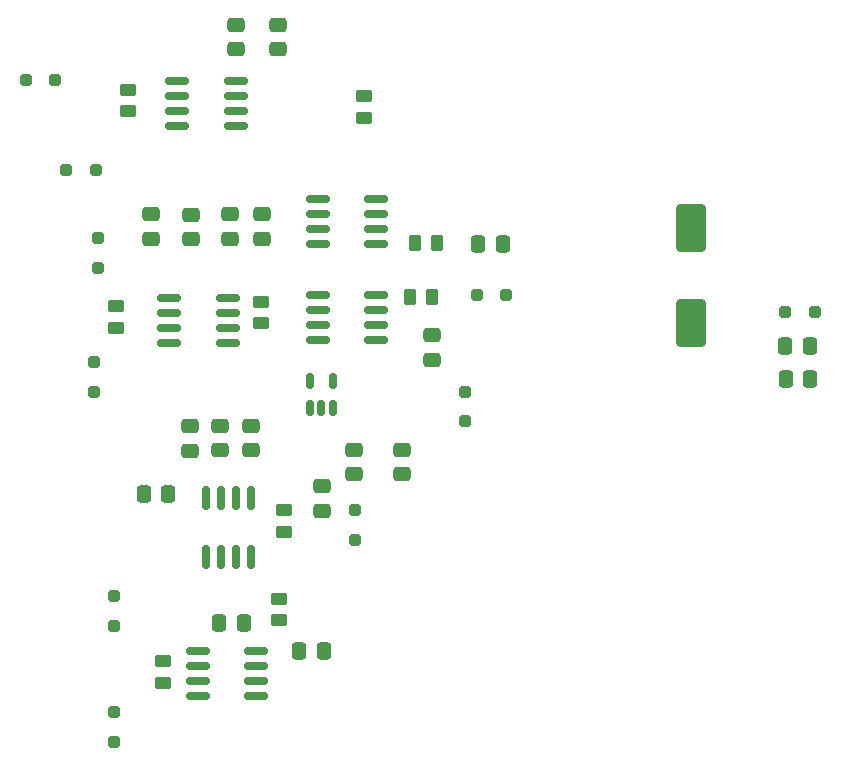
<source format=gbr>
%TF.GenerationSoftware,KiCad,Pcbnew,7.0.1*%
%TF.CreationDate,2023-04-26T11:30:26-04:00*%
%TF.ProjectId,UPenn_OpAmp,5550656e-6e5f-44f7-9041-6d702e6b6963,rev?*%
%TF.SameCoordinates,Original*%
%TF.FileFunction,Paste,Top*%
%TF.FilePolarity,Positive*%
%FSLAX46Y46*%
G04 Gerber Fmt 4.6, Leading zero omitted, Abs format (unit mm)*
G04 Created by KiCad (PCBNEW 7.0.1) date 2023-04-26 11:30:26*
%MOMM*%
%LPD*%
G01*
G04 APERTURE LIST*
G04 Aperture macros list*
%AMRoundRect*
0 Rectangle with rounded corners*
0 $1 Rounding radius*
0 $2 $3 $4 $5 $6 $7 $8 $9 X,Y pos of 4 corners*
0 Add a 4 corners polygon primitive as box body*
4,1,4,$2,$3,$4,$5,$6,$7,$8,$9,$2,$3,0*
0 Add four circle primitives for the rounded corners*
1,1,$1+$1,$2,$3*
1,1,$1+$1,$4,$5*
1,1,$1+$1,$6,$7*
1,1,$1+$1,$8,$9*
0 Add four rect primitives between the rounded corners*
20,1,$1+$1,$2,$3,$4,$5,0*
20,1,$1+$1,$4,$5,$6,$7,0*
20,1,$1+$1,$6,$7,$8,$9,0*
20,1,$1+$1,$8,$9,$2,$3,0*%
G04 Aperture macros list end*
%ADD10RoundRect,0.250000X-0.475000X0.337500X-0.475000X-0.337500X0.475000X-0.337500X0.475000X0.337500X0*%
%ADD11RoundRect,0.250000X-0.450000X0.262500X-0.450000X-0.262500X0.450000X-0.262500X0.450000X0.262500X0*%
%ADD12RoundRect,0.250000X0.475000X-0.337500X0.475000X0.337500X-0.475000X0.337500X-0.475000X-0.337500X0*%
%ADD13RoundRect,0.250000X-0.250000X0.250000X-0.250000X-0.250000X0.250000X-0.250000X0.250000X0.250000X0*%
%ADD14RoundRect,0.250000X-0.250000X-0.250000X0.250000X-0.250000X0.250000X0.250000X-0.250000X0.250000X0*%
%ADD15RoundRect,0.250000X-0.337500X-0.475000X0.337500X-0.475000X0.337500X0.475000X-0.337500X0.475000X0*%
%ADD16RoundRect,0.250000X0.250000X0.250000X-0.250000X0.250000X-0.250000X-0.250000X0.250000X-0.250000X0*%
%ADD17RoundRect,0.150000X-0.825000X-0.150000X0.825000X-0.150000X0.825000X0.150000X-0.825000X0.150000X0*%
%ADD18RoundRect,0.250000X-0.262500X-0.450000X0.262500X-0.450000X0.262500X0.450000X-0.262500X0.450000X0*%
%ADD19RoundRect,0.250000X0.450000X-0.262500X0.450000X0.262500X-0.450000X0.262500X-0.450000X-0.262500X0*%
%ADD20RoundRect,0.150000X0.825000X0.150000X-0.825000X0.150000X-0.825000X-0.150000X0.825000X-0.150000X0*%
%ADD21RoundRect,0.250000X1.000000X-1.750000X1.000000X1.750000X-1.000000X1.750000X-1.000000X-1.750000X0*%
%ADD22RoundRect,0.250000X0.250000X-0.250000X0.250000X0.250000X-0.250000X0.250000X-0.250000X-0.250000X0*%
%ADD23RoundRect,0.150000X0.150000X-0.825000X0.150000X0.825000X-0.150000X0.825000X-0.150000X-0.825000X0*%
%ADD24RoundRect,0.150000X0.150000X-0.512500X0.150000X0.512500X-0.150000X0.512500X-0.150000X-0.512500X0*%
%ADD25RoundRect,0.250000X0.337500X0.475000X-0.337500X0.475000X-0.337500X-0.475000X0.337500X-0.475000X0*%
G04 APERTURE END LIST*
D10*
%TO.C,C6*%
X98206000Y-68210500D03*
X98206000Y-70285500D03*
%TD*%
D11*
%TO.C,RG2*%
X90394000Y-39762500D03*
X90394000Y-41587500D03*
%TD*%
D12*
%TO.C,C7*%
X100783000Y-70285500D03*
X100783000Y-68210500D03*
%TD*%
D13*
%TO.C,D8*%
X118929000Y-65312500D03*
X118929000Y-67812500D03*
%TD*%
D12*
%TO.C,C17*%
X103094000Y-36322500D03*
X103094000Y-34247500D03*
%TD*%
%TO.C,C4*%
X95629000Y-68232500D03*
X95629000Y-70307500D03*
%TD*%
D14*
%TO.C,D10*%
X146066000Y-58610000D03*
X148566000Y-58610000D03*
%TD*%
D15*
%TO.C,C5*%
X91746500Y-74007500D03*
X93821500Y-74007500D03*
%TD*%
D16*
%TO.C,D6*%
X84269000Y-38943500D03*
X81769000Y-38943500D03*
%TD*%
D12*
%TO.C,C1*%
X106849000Y-75382000D03*
X106849000Y-73307000D03*
%TD*%
D17*
%TO.C,U1*%
X96306000Y-87275750D03*
X96306000Y-88545750D03*
X96306000Y-89815750D03*
X96306000Y-91085750D03*
X101256000Y-91085750D03*
X101256000Y-89815750D03*
X101256000Y-88545750D03*
X101256000Y-87275750D03*
%TD*%
D18*
%TO.C,R6*%
X114739000Y-52772500D03*
X116564000Y-52772500D03*
%TD*%
D11*
%TO.C,RG0*%
X93382000Y-88141250D03*
X93382000Y-89966250D03*
%TD*%
D19*
%TO.C,R1*%
X103224000Y-84672500D03*
X103224000Y-82847500D03*
%TD*%
D17*
%TO.C,U4*%
X93919000Y-57372500D03*
X93919000Y-58642500D03*
X93919000Y-59912500D03*
X93919000Y-61182500D03*
X98869000Y-61182500D03*
X98869000Y-59912500D03*
X98869000Y-58642500D03*
X98869000Y-57372500D03*
%TD*%
D20*
%TO.C,U5*%
X111419000Y-60939500D03*
X111419000Y-59669500D03*
X111419000Y-58399500D03*
X111419000Y-57129500D03*
X106469000Y-57129500D03*
X106469000Y-58399500D03*
X106469000Y-59669500D03*
X106469000Y-60939500D03*
%TD*%
D21*
%TO.C,C10*%
X138051000Y-59500000D03*
X138051000Y-51500000D03*
%TD*%
D15*
%TO.C,C2*%
X104919000Y-87304000D03*
X106994000Y-87304000D03*
%TD*%
%TO.C,C20*%
X120064000Y-52775500D03*
X122139000Y-52775500D03*
%TD*%
D11*
%TO.C,R3*%
X101649000Y-57700000D03*
X101649000Y-59525000D03*
%TD*%
D20*
%TO.C,U7*%
X111419000Y-52798500D03*
X111419000Y-51528500D03*
X111419000Y-50258500D03*
X111419000Y-48988500D03*
X106469000Y-48988500D03*
X106469000Y-50258500D03*
X106469000Y-51528500D03*
X106469000Y-52798500D03*
%TD*%
D22*
%TO.C,D4*%
X87904000Y-54817500D03*
X87904000Y-52317500D03*
%TD*%
D15*
%TO.C,C8*%
X146069500Y-61475000D03*
X148144500Y-61475000D03*
%TD*%
D10*
%TO.C,C13*%
X113627750Y-70252500D03*
X113627750Y-72327500D03*
%TD*%
D12*
%TO.C,C16*%
X99524000Y-36317500D03*
X99524000Y-34242500D03*
%TD*%
D19*
%TO.C,R2*%
X103614000Y-77192500D03*
X103614000Y-75367500D03*
%TD*%
D23*
%TO.C,U2*%
X96974000Y-79297500D03*
X98244000Y-79297500D03*
X99514000Y-79297500D03*
X100784000Y-79297500D03*
X100784000Y-74347500D03*
X99514000Y-74347500D03*
X98244000Y-74347500D03*
X96974000Y-74347500D03*
%TD*%
D11*
%TO.C,R5*%
X110369000Y-40297500D03*
X110369000Y-42122500D03*
%TD*%
D13*
%TO.C,D9*%
X109624000Y-75347500D03*
X109624000Y-77847500D03*
%TD*%
D10*
%TO.C,C14*%
X109547750Y-70250000D03*
X109547750Y-72325000D03*
%TD*%
D18*
%TO.C,R4*%
X114319000Y-57284500D03*
X116144000Y-57284500D03*
%TD*%
D17*
%TO.C,U6*%
X94584000Y-39037500D03*
X94584000Y-40307500D03*
X94584000Y-41577500D03*
X94584000Y-42847500D03*
X99534000Y-42847500D03*
X99534000Y-41577500D03*
X99534000Y-40307500D03*
X99534000Y-39037500D03*
%TD*%
D13*
%TO.C,D3*%
X87514000Y-62817500D03*
X87514000Y-65317500D03*
%TD*%
D12*
%TO.C,C19*%
X101796500Y-52370000D03*
X101796500Y-50295000D03*
%TD*%
D24*
%TO.C,U3*%
X105834000Y-66672500D03*
X106784000Y-66672500D03*
X107734000Y-66672500D03*
X107734000Y-64397500D03*
X105834000Y-64397500D03*
%TD*%
D16*
%TO.C,D5*%
X87669000Y-46574500D03*
X85169000Y-46574500D03*
%TD*%
D13*
%TO.C,D1*%
X89184000Y-92467500D03*
X89184000Y-94967500D03*
%TD*%
D15*
%TO.C,C9*%
X146100000Y-64268800D03*
X148175000Y-64268800D03*
%TD*%
D25*
%TO.C,C3*%
X100219000Y-84895000D03*
X98144000Y-84895000D03*
%TD*%
D12*
%TO.C,C12*%
X95729000Y-52400000D03*
X95729000Y-50325000D03*
%TD*%
%TO.C,C18*%
X99079000Y-52362500D03*
X99079000Y-50287500D03*
%TD*%
D10*
%TO.C,C15*%
X116169000Y-60542500D03*
X116169000Y-62617500D03*
%TD*%
D22*
%TO.C,D2*%
X89189000Y-85127500D03*
X89189000Y-82627500D03*
%TD*%
D11*
%TO.C,RG1*%
X89364000Y-58102500D03*
X89364000Y-59927500D03*
%TD*%
D14*
%TO.C,D7*%
X119949000Y-57102500D03*
X122449000Y-57102500D03*
%TD*%
D12*
%TO.C,C11*%
X92329000Y-52380000D03*
X92329000Y-50305000D03*
%TD*%
M02*

</source>
